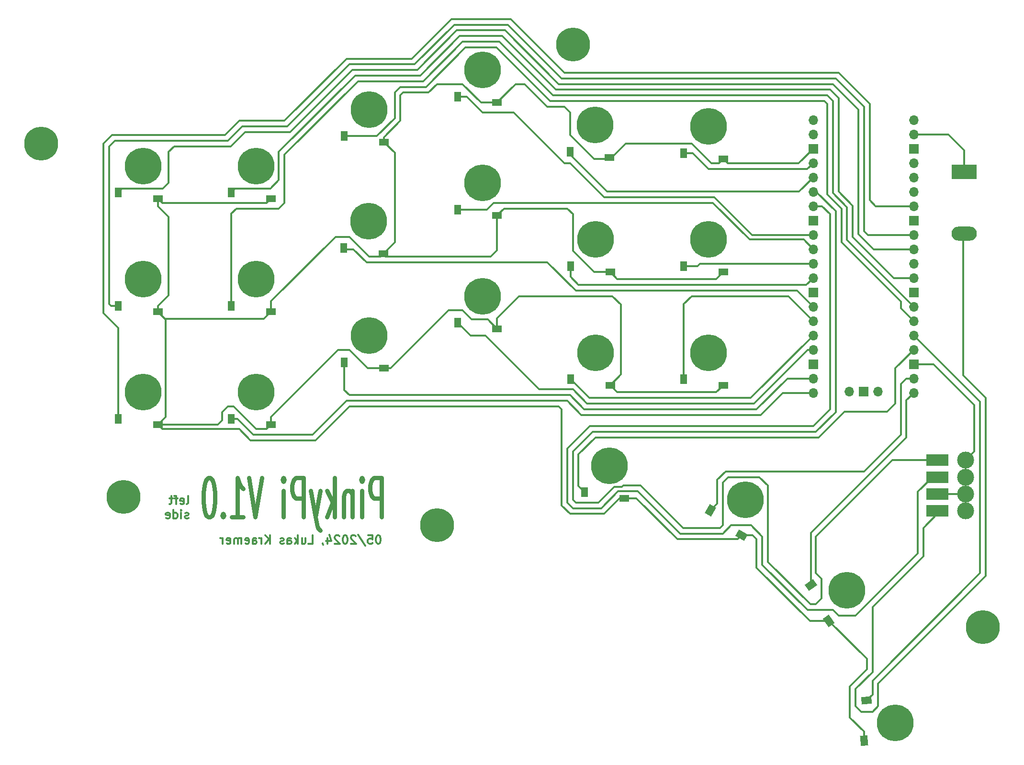
<source format=gbr>
%TF.GenerationSoftware,KiCad,Pcbnew,8.0.1*%
%TF.CreationDate,2024-05-05T07:35:19+02:00*%
%TF.ProjectId,PinkyPi,50696e6b-7950-4692-9e6b-696361645f70,rev?*%
%TF.SameCoordinates,Original*%
%TF.FileFunction,Copper,L2,Bot*%
%TF.FilePolarity,Positive*%
%FSLAX46Y46*%
G04 Gerber Fmt 4.6, Leading zero omitted, Abs format (unit mm)*
G04 Created by KiCad (PCBNEW 8.0.1) date 2024-05-05 07:35:19*
%MOMM*%
%LPD*%
G01*
G04 APERTURE LIST*
G04 Aperture macros list*
%AMRotRect*
0 Rectangle, with rotation*
0 The origin of the aperture is its center*
0 $1 length*
0 $2 width*
0 $3 Rotation angle, in degrees counterclockwise*
0 Add horizontal line*
21,1,$1,$2,0,0,$3*%
G04 Aperture macros list end*
%ADD10C,0.300000*%
%TA.AperFunction,NonConductor*%
%ADD11C,0.300000*%
%TD*%
%ADD12C,0.750000*%
%TA.AperFunction,NonConductor*%
%ADD13C,0.750000*%
%TD*%
%TA.AperFunction,ComponentPad*%
%ADD14C,6.500000*%
%TD*%
%TA.AperFunction,ComponentPad*%
%ADD15R,1.800000X1.300000*%
%TD*%
%TA.AperFunction,ComponentPad*%
%ADD16R,1.300000X1.800000*%
%TD*%
%TA.AperFunction,ComponentPad*%
%ADD17O,1.700000X1.700000*%
%TD*%
%TA.AperFunction,ComponentPad*%
%ADD18R,1.700000X1.700000*%
%TD*%
%TA.AperFunction,ComponentPad*%
%ADD19RotRect,1.800000X1.300000X330.000000*%
%TD*%
%TA.AperFunction,ComponentPad*%
%ADD20RotRect,1.800000X1.300000X60.000000*%
%TD*%
%TA.AperFunction,ComponentPad*%
%ADD21RotRect,1.800000X1.300000X275.000000*%
%TD*%
%TA.AperFunction,ComponentPad*%
%ADD22RotRect,1.800000X1.300000X5.000000*%
%TD*%
%TA.AperFunction,SMDPad,CuDef*%
%ADD23R,4.000000X2.000000*%
%TD*%
%TA.AperFunction,ComponentPad*%
%ADD24C,3.000000*%
%TD*%
%TA.AperFunction,ComponentPad*%
%ADD25RotRect,1.800000X1.300000X305.000000*%
%TD*%
%TA.AperFunction,ComponentPad*%
%ADD26RotRect,1.800000X1.300000X35.000000*%
%TD*%
%TA.AperFunction,ComponentPad*%
%ADD27R,4.500000X2.500000*%
%TD*%
%TA.AperFunction,ComponentPad*%
%ADD28O,4.500000X2.500000*%
%TD*%
%TA.AperFunction,ViaPad*%
%ADD29C,6.000000*%
%TD*%
%TA.AperFunction,Conductor*%
%ADD30C,0.300000*%
%TD*%
%TA.AperFunction,Conductor*%
%ADD31C,0.200000*%
%TD*%
G04 APERTURE END LIST*
D10*
D11*
X110159774Y-114300828D02*
X110016917Y-114300828D01*
X110016917Y-114300828D02*
X109874060Y-114372257D01*
X109874060Y-114372257D02*
X109802632Y-114443685D01*
X109802632Y-114443685D02*
X109731203Y-114586542D01*
X109731203Y-114586542D02*
X109659774Y-114872257D01*
X109659774Y-114872257D02*
X109659774Y-115229400D01*
X109659774Y-115229400D02*
X109731203Y-115515114D01*
X109731203Y-115515114D02*
X109802632Y-115657971D01*
X109802632Y-115657971D02*
X109874060Y-115729400D01*
X109874060Y-115729400D02*
X110016917Y-115800828D01*
X110016917Y-115800828D02*
X110159774Y-115800828D01*
X110159774Y-115800828D02*
X110302632Y-115729400D01*
X110302632Y-115729400D02*
X110374060Y-115657971D01*
X110374060Y-115657971D02*
X110445489Y-115515114D01*
X110445489Y-115515114D02*
X110516917Y-115229400D01*
X110516917Y-115229400D02*
X110516917Y-114872257D01*
X110516917Y-114872257D02*
X110445489Y-114586542D01*
X110445489Y-114586542D02*
X110374060Y-114443685D01*
X110374060Y-114443685D02*
X110302632Y-114372257D01*
X110302632Y-114372257D02*
X110159774Y-114300828D01*
X108302632Y-114300828D02*
X109016918Y-114300828D01*
X109016918Y-114300828D02*
X109088346Y-115015114D01*
X109088346Y-115015114D02*
X109016918Y-114943685D01*
X109016918Y-114943685D02*
X108874061Y-114872257D01*
X108874061Y-114872257D02*
X108516918Y-114872257D01*
X108516918Y-114872257D02*
X108374061Y-114943685D01*
X108374061Y-114943685D02*
X108302632Y-115015114D01*
X108302632Y-115015114D02*
X108231203Y-115157971D01*
X108231203Y-115157971D02*
X108231203Y-115515114D01*
X108231203Y-115515114D02*
X108302632Y-115657971D01*
X108302632Y-115657971D02*
X108374061Y-115729400D01*
X108374061Y-115729400D02*
X108516918Y-115800828D01*
X108516918Y-115800828D02*
X108874061Y-115800828D01*
X108874061Y-115800828D02*
X109016918Y-115729400D01*
X109016918Y-115729400D02*
X109088346Y-115657971D01*
X106516918Y-114229400D02*
X107802632Y-116157971D01*
X106088346Y-114443685D02*
X106016918Y-114372257D01*
X106016918Y-114372257D02*
X105874061Y-114300828D01*
X105874061Y-114300828D02*
X105516918Y-114300828D01*
X105516918Y-114300828D02*
X105374061Y-114372257D01*
X105374061Y-114372257D02*
X105302632Y-114443685D01*
X105302632Y-114443685D02*
X105231203Y-114586542D01*
X105231203Y-114586542D02*
X105231203Y-114729400D01*
X105231203Y-114729400D02*
X105302632Y-114943685D01*
X105302632Y-114943685D02*
X106159775Y-115800828D01*
X106159775Y-115800828D02*
X105231203Y-115800828D01*
X104302632Y-114300828D02*
X104159775Y-114300828D01*
X104159775Y-114300828D02*
X104016918Y-114372257D01*
X104016918Y-114372257D02*
X103945490Y-114443685D01*
X103945490Y-114443685D02*
X103874061Y-114586542D01*
X103874061Y-114586542D02*
X103802632Y-114872257D01*
X103802632Y-114872257D02*
X103802632Y-115229400D01*
X103802632Y-115229400D02*
X103874061Y-115515114D01*
X103874061Y-115515114D02*
X103945490Y-115657971D01*
X103945490Y-115657971D02*
X104016918Y-115729400D01*
X104016918Y-115729400D02*
X104159775Y-115800828D01*
X104159775Y-115800828D02*
X104302632Y-115800828D01*
X104302632Y-115800828D02*
X104445490Y-115729400D01*
X104445490Y-115729400D02*
X104516918Y-115657971D01*
X104516918Y-115657971D02*
X104588347Y-115515114D01*
X104588347Y-115515114D02*
X104659775Y-115229400D01*
X104659775Y-115229400D02*
X104659775Y-114872257D01*
X104659775Y-114872257D02*
X104588347Y-114586542D01*
X104588347Y-114586542D02*
X104516918Y-114443685D01*
X104516918Y-114443685D02*
X104445490Y-114372257D01*
X104445490Y-114372257D02*
X104302632Y-114300828D01*
X103231204Y-114443685D02*
X103159776Y-114372257D01*
X103159776Y-114372257D02*
X103016919Y-114300828D01*
X103016919Y-114300828D02*
X102659776Y-114300828D01*
X102659776Y-114300828D02*
X102516919Y-114372257D01*
X102516919Y-114372257D02*
X102445490Y-114443685D01*
X102445490Y-114443685D02*
X102374061Y-114586542D01*
X102374061Y-114586542D02*
X102374061Y-114729400D01*
X102374061Y-114729400D02*
X102445490Y-114943685D01*
X102445490Y-114943685D02*
X103302633Y-115800828D01*
X103302633Y-115800828D02*
X102374061Y-115800828D01*
X101088348Y-114800828D02*
X101088348Y-115800828D01*
X101445490Y-114229400D02*
X101802633Y-115300828D01*
X101802633Y-115300828D02*
X100874062Y-115300828D01*
X100231205Y-115729400D02*
X100231205Y-115800828D01*
X100231205Y-115800828D02*
X100302634Y-115943685D01*
X100302634Y-115943685D02*
X100374062Y-116015114D01*
X97731205Y-115800828D02*
X98445491Y-115800828D01*
X98445491Y-115800828D02*
X98445491Y-114300828D01*
X96588348Y-114800828D02*
X96588348Y-115800828D01*
X97231205Y-114800828D02*
X97231205Y-115586542D01*
X97231205Y-115586542D02*
X97159776Y-115729400D01*
X97159776Y-115729400D02*
X97016919Y-115800828D01*
X97016919Y-115800828D02*
X96802633Y-115800828D01*
X96802633Y-115800828D02*
X96659776Y-115729400D01*
X96659776Y-115729400D02*
X96588348Y-115657971D01*
X95874062Y-115800828D02*
X95874062Y-114300828D01*
X95731205Y-115229400D02*
X95302633Y-115800828D01*
X95302633Y-114800828D02*
X95874062Y-115372257D01*
X94016919Y-115800828D02*
X94016919Y-115015114D01*
X94016919Y-115015114D02*
X94088347Y-114872257D01*
X94088347Y-114872257D02*
X94231204Y-114800828D01*
X94231204Y-114800828D02*
X94516919Y-114800828D01*
X94516919Y-114800828D02*
X94659776Y-114872257D01*
X94016919Y-115729400D02*
X94159776Y-115800828D01*
X94159776Y-115800828D02*
X94516919Y-115800828D01*
X94516919Y-115800828D02*
X94659776Y-115729400D01*
X94659776Y-115729400D02*
X94731204Y-115586542D01*
X94731204Y-115586542D02*
X94731204Y-115443685D01*
X94731204Y-115443685D02*
X94659776Y-115300828D01*
X94659776Y-115300828D02*
X94516919Y-115229400D01*
X94516919Y-115229400D02*
X94159776Y-115229400D01*
X94159776Y-115229400D02*
X94016919Y-115157971D01*
X93374061Y-115729400D02*
X93231204Y-115800828D01*
X93231204Y-115800828D02*
X92945490Y-115800828D01*
X92945490Y-115800828D02*
X92802633Y-115729400D01*
X92802633Y-115729400D02*
X92731204Y-115586542D01*
X92731204Y-115586542D02*
X92731204Y-115515114D01*
X92731204Y-115515114D02*
X92802633Y-115372257D01*
X92802633Y-115372257D02*
X92945490Y-115300828D01*
X92945490Y-115300828D02*
X93159776Y-115300828D01*
X93159776Y-115300828D02*
X93302633Y-115229400D01*
X93302633Y-115229400D02*
X93374061Y-115086542D01*
X93374061Y-115086542D02*
X93374061Y-115015114D01*
X93374061Y-115015114D02*
X93302633Y-114872257D01*
X93302633Y-114872257D02*
X93159776Y-114800828D01*
X93159776Y-114800828D02*
X92945490Y-114800828D01*
X92945490Y-114800828D02*
X92802633Y-114872257D01*
X90945490Y-115800828D02*
X90945490Y-114300828D01*
X90088347Y-115800828D02*
X90731204Y-114943685D01*
X90088347Y-114300828D02*
X90945490Y-115157971D01*
X89445490Y-115800828D02*
X89445490Y-114800828D01*
X89445490Y-115086542D02*
X89374061Y-114943685D01*
X89374061Y-114943685D02*
X89302633Y-114872257D01*
X89302633Y-114872257D02*
X89159775Y-114800828D01*
X89159775Y-114800828D02*
X89016918Y-114800828D01*
X87874062Y-115800828D02*
X87874062Y-115015114D01*
X87874062Y-115015114D02*
X87945490Y-114872257D01*
X87945490Y-114872257D02*
X88088347Y-114800828D01*
X88088347Y-114800828D02*
X88374062Y-114800828D01*
X88374062Y-114800828D02*
X88516919Y-114872257D01*
X87874062Y-115729400D02*
X88016919Y-115800828D01*
X88016919Y-115800828D02*
X88374062Y-115800828D01*
X88374062Y-115800828D02*
X88516919Y-115729400D01*
X88516919Y-115729400D02*
X88588347Y-115586542D01*
X88588347Y-115586542D02*
X88588347Y-115443685D01*
X88588347Y-115443685D02*
X88516919Y-115300828D01*
X88516919Y-115300828D02*
X88374062Y-115229400D01*
X88374062Y-115229400D02*
X88016919Y-115229400D01*
X88016919Y-115229400D02*
X87874062Y-115157971D01*
X86588347Y-115729400D02*
X86731204Y-115800828D01*
X86731204Y-115800828D02*
X87016919Y-115800828D01*
X87016919Y-115800828D02*
X87159776Y-115729400D01*
X87159776Y-115729400D02*
X87231204Y-115586542D01*
X87231204Y-115586542D02*
X87231204Y-115015114D01*
X87231204Y-115015114D02*
X87159776Y-114872257D01*
X87159776Y-114872257D02*
X87016919Y-114800828D01*
X87016919Y-114800828D02*
X86731204Y-114800828D01*
X86731204Y-114800828D02*
X86588347Y-114872257D01*
X86588347Y-114872257D02*
X86516919Y-115015114D01*
X86516919Y-115015114D02*
X86516919Y-115157971D01*
X86516919Y-115157971D02*
X87231204Y-115300828D01*
X85874062Y-115800828D02*
X85874062Y-114800828D01*
X85874062Y-114943685D02*
X85802633Y-114872257D01*
X85802633Y-114872257D02*
X85659776Y-114800828D01*
X85659776Y-114800828D02*
X85445490Y-114800828D01*
X85445490Y-114800828D02*
X85302633Y-114872257D01*
X85302633Y-114872257D02*
X85231205Y-115015114D01*
X85231205Y-115015114D02*
X85231205Y-115800828D01*
X85231205Y-115015114D02*
X85159776Y-114872257D01*
X85159776Y-114872257D02*
X85016919Y-114800828D01*
X85016919Y-114800828D02*
X84802633Y-114800828D01*
X84802633Y-114800828D02*
X84659776Y-114872257D01*
X84659776Y-114872257D02*
X84588347Y-115015114D01*
X84588347Y-115015114D02*
X84588347Y-115800828D01*
X83302633Y-115729400D02*
X83445490Y-115800828D01*
X83445490Y-115800828D02*
X83731205Y-115800828D01*
X83731205Y-115800828D02*
X83874062Y-115729400D01*
X83874062Y-115729400D02*
X83945490Y-115586542D01*
X83945490Y-115586542D02*
X83945490Y-115015114D01*
X83945490Y-115015114D02*
X83874062Y-114872257D01*
X83874062Y-114872257D02*
X83731205Y-114800828D01*
X83731205Y-114800828D02*
X83445490Y-114800828D01*
X83445490Y-114800828D02*
X83302633Y-114872257D01*
X83302633Y-114872257D02*
X83231205Y-115015114D01*
X83231205Y-115015114D02*
X83231205Y-115157971D01*
X83231205Y-115157971D02*
X83945490Y-115300828D01*
X82588348Y-115800828D02*
X82588348Y-114800828D01*
X82588348Y-115086542D02*
X82516919Y-114943685D01*
X82516919Y-114943685D02*
X82445491Y-114872257D01*
X82445491Y-114872257D02*
X82302633Y-114800828D01*
X82302633Y-114800828D02*
X82159776Y-114800828D01*
D10*
D11*
X76231203Y-108800828D02*
X76374060Y-108729400D01*
X76374060Y-108729400D02*
X76445489Y-108586542D01*
X76445489Y-108586542D02*
X76445489Y-107300828D01*
X75088346Y-108729400D02*
X75231203Y-108800828D01*
X75231203Y-108800828D02*
X75516918Y-108800828D01*
X75516918Y-108800828D02*
X75659775Y-108729400D01*
X75659775Y-108729400D02*
X75731203Y-108586542D01*
X75731203Y-108586542D02*
X75731203Y-108015114D01*
X75731203Y-108015114D02*
X75659775Y-107872257D01*
X75659775Y-107872257D02*
X75516918Y-107800828D01*
X75516918Y-107800828D02*
X75231203Y-107800828D01*
X75231203Y-107800828D02*
X75088346Y-107872257D01*
X75088346Y-107872257D02*
X75016918Y-108015114D01*
X75016918Y-108015114D02*
X75016918Y-108157971D01*
X75016918Y-108157971D02*
X75731203Y-108300828D01*
X74588346Y-107800828D02*
X74016918Y-107800828D01*
X74374061Y-108800828D02*
X74374061Y-107515114D01*
X74374061Y-107515114D02*
X74302632Y-107372257D01*
X74302632Y-107372257D02*
X74159775Y-107300828D01*
X74159775Y-107300828D02*
X74016918Y-107300828D01*
X73731203Y-107800828D02*
X73159775Y-107800828D01*
X73516918Y-107300828D02*
X73516918Y-108586542D01*
X73516918Y-108586542D02*
X73445489Y-108729400D01*
X73445489Y-108729400D02*
X73302632Y-108800828D01*
X73302632Y-108800828D02*
X73159775Y-108800828D01*
D10*
D11*
X76516917Y-111229400D02*
X76374060Y-111300828D01*
X76374060Y-111300828D02*
X76088346Y-111300828D01*
X76088346Y-111300828D02*
X75945489Y-111229400D01*
X75945489Y-111229400D02*
X75874060Y-111086542D01*
X75874060Y-111086542D02*
X75874060Y-111015114D01*
X75874060Y-111015114D02*
X75945489Y-110872257D01*
X75945489Y-110872257D02*
X76088346Y-110800828D01*
X76088346Y-110800828D02*
X76302632Y-110800828D01*
X76302632Y-110800828D02*
X76445489Y-110729400D01*
X76445489Y-110729400D02*
X76516917Y-110586542D01*
X76516917Y-110586542D02*
X76516917Y-110515114D01*
X76516917Y-110515114D02*
X76445489Y-110372257D01*
X76445489Y-110372257D02*
X76302632Y-110300828D01*
X76302632Y-110300828D02*
X76088346Y-110300828D01*
X76088346Y-110300828D02*
X75945489Y-110372257D01*
X75231203Y-111300828D02*
X75231203Y-110300828D01*
X75231203Y-109800828D02*
X75302631Y-109872257D01*
X75302631Y-109872257D02*
X75231203Y-109943685D01*
X75231203Y-109943685D02*
X75159774Y-109872257D01*
X75159774Y-109872257D02*
X75231203Y-109800828D01*
X75231203Y-109800828D02*
X75231203Y-109943685D01*
X73874060Y-111300828D02*
X73874060Y-109800828D01*
X73874060Y-111229400D02*
X74016917Y-111300828D01*
X74016917Y-111300828D02*
X74302631Y-111300828D01*
X74302631Y-111300828D02*
X74445488Y-111229400D01*
X74445488Y-111229400D02*
X74516917Y-111157971D01*
X74516917Y-111157971D02*
X74588345Y-111015114D01*
X74588345Y-111015114D02*
X74588345Y-110586542D01*
X74588345Y-110586542D02*
X74516917Y-110443685D01*
X74516917Y-110443685D02*
X74445488Y-110372257D01*
X74445488Y-110372257D02*
X74302631Y-110300828D01*
X74302631Y-110300828D02*
X74016917Y-110300828D01*
X74016917Y-110300828D02*
X73874060Y-110372257D01*
X72588345Y-111229400D02*
X72731202Y-111300828D01*
X72731202Y-111300828D02*
X73016917Y-111300828D01*
X73016917Y-111300828D02*
X73159774Y-111229400D01*
X73159774Y-111229400D02*
X73231202Y-111086542D01*
X73231202Y-111086542D02*
X73231202Y-110515114D01*
X73231202Y-110515114D02*
X73159774Y-110372257D01*
X73159774Y-110372257D02*
X73016917Y-110300828D01*
X73016917Y-110300828D02*
X72731202Y-110300828D01*
X72731202Y-110300828D02*
X72588345Y-110372257D01*
X72588345Y-110372257D02*
X72516917Y-110515114D01*
X72516917Y-110515114D02*
X72516917Y-110657971D01*
X72516917Y-110657971D02*
X73231202Y-110800828D01*
D12*
D13*
X110673245Y-111104334D02*
X110673245Y-104104334D01*
X110673245Y-104104334D02*
X109339912Y-104104334D01*
X109339912Y-104104334D02*
X109006579Y-104437667D01*
X109006579Y-104437667D02*
X108839912Y-104771001D01*
X108839912Y-104771001D02*
X108673245Y-105437667D01*
X108673245Y-105437667D02*
X108673245Y-106437667D01*
X108673245Y-106437667D02*
X108839912Y-107104334D01*
X108839912Y-107104334D02*
X109006579Y-107437667D01*
X109006579Y-107437667D02*
X109339912Y-107771001D01*
X109339912Y-107771001D02*
X110673245Y-107771001D01*
X107173245Y-111104334D02*
X107173245Y-106437667D01*
X107173245Y-104104334D02*
X107339912Y-104437667D01*
X107339912Y-104437667D02*
X107173245Y-104771001D01*
X107173245Y-104771001D02*
X107006579Y-104437667D01*
X107006579Y-104437667D02*
X107173245Y-104104334D01*
X107173245Y-104104334D02*
X107173245Y-104771001D01*
X105506578Y-106437667D02*
X105506578Y-111104334D01*
X105506578Y-107104334D02*
X105339912Y-106771001D01*
X105339912Y-106771001D02*
X105006578Y-106437667D01*
X105006578Y-106437667D02*
X104506578Y-106437667D01*
X104506578Y-106437667D02*
X104173245Y-106771001D01*
X104173245Y-106771001D02*
X104006578Y-107437667D01*
X104006578Y-107437667D02*
X104006578Y-111104334D01*
X102339911Y-111104334D02*
X102339911Y-104104334D01*
X102006578Y-108437667D02*
X101006578Y-111104334D01*
X101006578Y-106437667D02*
X102339911Y-109104334D01*
X99839912Y-106437667D02*
X99006578Y-111104334D01*
X98173245Y-106437667D02*
X99006578Y-111104334D01*
X99006578Y-111104334D02*
X99339912Y-112771001D01*
X99339912Y-112771001D02*
X99506578Y-113104334D01*
X99506578Y-113104334D02*
X99839912Y-113437667D01*
X96839911Y-111104334D02*
X96839911Y-104104334D01*
X96839911Y-104104334D02*
X95506578Y-104104334D01*
X95506578Y-104104334D02*
X95173245Y-104437667D01*
X95173245Y-104437667D02*
X95006578Y-104771001D01*
X95006578Y-104771001D02*
X94839911Y-105437667D01*
X94839911Y-105437667D02*
X94839911Y-106437667D01*
X94839911Y-106437667D02*
X95006578Y-107104334D01*
X95006578Y-107104334D02*
X95173245Y-107437667D01*
X95173245Y-107437667D02*
X95506578Y-107771001D01*
X95506578Y-107771001D02*
X96839911Y-107771001D01*
X93339911Y-111104334D02*
X93339911Y-106437667D01*
X93339911Y-104104334D02*
X93506578Y-104437667D01*
X93506578Y-104437667D02*
X93339911Y-104771001D01*
X93339911Y-104771001D02*
X93173245Y-104437667D01*
X93173245Y-104437667D02*
X93339911Y-104104334D01*
X93339911Y-104104334D02*
X93339911Y-104771001D01*
X89506577Y-104104334D02*
X88339911Y-111104334D01*
X88339911Y-111104334D02*
X87173244Y-104104334D01*
X84173244Y-111104334D02*
X86173244Y-111104334D01*
X85173244Y-111104334D02*
X85173244Y-104104334D01*
X85173244Y-104104334D02*
X85506577Y-105104334D01*
X85506577Y-105104334D02*
X85839911Y-105771001D01*
X85839911Y-105771001D02*
X86173244Y-106104334D01*
X82673244Y-110437667D02*
X82506578Y-110771001D01*
X82506578Y-110771001D02*
X82673244Y-111104334D01*
X82673244Y-111104334D02*
X82839911Y-110771001D01*
X82839911Y-110771001D02*
X82673244Y-110437667D01*
X82673244Y-110437667D02*
X82673244Y-111104334D01*
X80339911Y-104104334D02*
X80006577Y-104104334D01*
X80006577Y-104104334D02*
X79673244Y-104437667D01*
X79673244Y-104437667D02*
X79506577Y-104771001D01*
X79506577Y-104771001D02*
X79339911Y-105437667D01*
X79339911Y-105437667D02*
X79173244Y-106771001D01*
X79173244Y-106771001D02*
X79173244Y-108437667D01*
X79173244Y-108437667D02*
X79339911Y-109771001D01*
X79339911Y-109771001D02*
X79506577Y-110437667D01*
X79506577Y-110437667D02*
X79673244Y-110771001D01*
X79673244Y-110771001D02*
X80006577Y-111104334D01*
X80006577Y-111104334D02*
X80339911Y-111104334D01*
X80339911Y-111104334D02*
X80673244Y-110771001D01*
X80673244Y-110771001D02*
X80839911Y-110437667D01*
X80839911Y-110437667D02*
X81006577Y-109771001D01*
X81006577Y-109771001D02*
X81173244Y-108437667D01*
X81173244Y-108437667D02*
X81173244Y-106771001D01*
X81173244Y-106771001D02*
X81006577Y-105437667D01*
X81006577Y-105437667D02*
X80839911Y-104771001D01*
X80839911Y-104771001D02*
X80673244Y-104437667D01*
X80673244Y-104437667D02*
X80339911Y-104104334D01*
D14*
%TO.P,U7,*%
%TO.N,*%
X148400000Y-41750000D03*
D15*
%TO.P,U7,1,IN*%
%TO.N,GND*%
X151000000Y-47500000D03*
D16*
%TO.P,U7,2,OUT*%
%TO.N,/L2*%
X144000000Y-46450000D03*
%TD*%
D14*
%TO.P,U2,*%
%TO.N,*%
X128500000Y-52000000D03*
D15*
%TO.P,U2,1,IN*%
%TO.N,GND*%
X131100000Y-57750000D03*
D16*
%TO.P,U2,2,OUT*%
%TO.N,/L4*%
X124100000Y-56700000D03*
%TD*%
D14*
%TO.P,U18,*%
%TO.N,*%
X68500000Y-69000000D03*
D15*
%TO.P,U18,1,IN*%
%TO.N,GND*%
X71100000Y-74750000D03*
D16*
%TO.P,U18,2,OUT*%
%TO.N,/L7*%
X64100000Y-73700000D03*
%TD*%
D17*
%TO.P,U5,1,GPIO0*%
%TO.N,unconnected-(U5-GPIO0-Pad1)*%
X187000000Y-40840000D03*
%TO.P,U5,2,GPIO1*%
%TO.N,unconnected-(U5-GPIO1-Pad2)*%
X187000000Y-43380000D03*
D18*
%TO.P,U5,3,GND*%
%TO.N,GND*%
X187000000Y-45920000D03*
D17*
%TO.P,U5,4,GPIO2*%
%TO.N,/L1*%
X187000000Y-48460000D03*
%TO.P,U5,5,GPIO3*%
%TO.N,/L2*%
X187000000Y-51000000D03*
%TO.P,U5,6,GPIO4*%
%TO.N,Net-(U23-TX)*%
X187000000Y-53540000D03*
%TO.P,U5,7,GPIO5*%
%TO.N,Net-(U23-RX)*%
X187000000Y-56080000D03*
D18*
%TO.P,U5,8,GND*%
%TO.N,GND*%
X187000000Y-58620000D03*
D17*
%TO.P,U5,9,GPIO6*%
%TO.N,/L3*%
X187000000Y-61160000D03*
%TO.P,U5,10,GPIO7*%
%TO.N,/L4*%
X187000000Y-63700000D03*
%TO.P,U5,11,GPIO8*%
%TO.N,/L5*%
X187000000Y-66240000D03*
%TO.P,U5,12,GPIO9*%
%TO.N,/L6*%
X187000000Y-68780000D03*
D18*
%TO.P,U5,13,GND*%
%TO.N,GND*%
X187000000Y-71320000D03*
D17*
%TO.P,U5,14,GPIO10*%
%TO.N,/L8*%
X187000000Y-73860000D03*
%TO.P,U5,15,GPIO11*%
%TO.N,/L9*%
X187000000Y-76400000D03*
%TO.P,U5,16,GPIO12*%
%TO.N,/L10*%
X187000000Y-78940000D03*
%TO.P,U5,17,GPIO13*%
%TO.N,/L11*%
X187000000Y-81480000D03*
D18*
%TO.P,U5,18,GND*%
%TO.N,GND*%
X187000000Y-84020000D03*
D17*
%TO.P,U5,19,GPIO14*%
%TO.N,/L13*%
X187000000Y-86560000D03*
%TO.P,U5,20,GPIO15*%
%TO.N,/L14*%
X187000000Y-89100000D03*
%TO.P,U5,21,GPIO16*%
%TO.N,/L15*%
X204780000Y-89100000D03*
%TO.P,U5,22,GPIO17*%
%TO.N,/L22*%
X204780000Y-86560000D03*
D18*
%TO.P,U5,23,GND*%
%TO.N,GND*%
X204780000Y-84020000D03*
D17*
%TO.P,U5,24,GPIO18*%
%TO.N,/L16*%
X204780000Y-81480000D03*
%TO.P,U5,25,GPIO19*%
%TO.N,/L17*%
X204780000Y-78940000D03*
%TO.P,U5,26,GPIO20*%
%TO.N,/L18*%
X204780000Y-76400000D03*
%TO.P,U5,27,GPIO21*%
%TO.N,/L19*%
X204780000Y-73860000D03*
D18*
%TO.P,U5,28,GND*%
%TO.N,GND*%
X204780000Y-71320000D03*
D17*
%TO.P,U5,29,GPIO22*%
%TO.N,/L20*%
X204780000Y-68780000D03*
%TO.P,U5,30,RUN*%
%TO.N,unconnected-(U5-RUN-Pad30)*%
X204780000Y-66240000D03*
%TO.P,U5,31,GPIO26_ADC0*%
%TO.N,/L21*%
X204780000Y-63700000D03*
%TO.P,U5,32,GPIO27_ADC1*%
%TO.N,/L7*%
X204780000Y-61160000D03*
D18*
%TO.P,U5,33,AGND*%
%TO.N,unconnected-(U5-AGND-Pad33)*%
X204780000Y-58620000D03*
D17*
%TO.P,U5,34,GPIO28_ADC2*%
%TO.N,/L12*%
X204780000Y-56080000D03*
%TO.P,U5,35,ADC_VREF*%
%TO.N,unconnected-(U5-ADC_VREF-Pad35)*%
X204780000Y-53540000D03*
%TO.P,U5,36,3V3*%
%TO.N,unconnected-(U5-3V3-Pad36)*%
X204780000Y-51000000D03*
%TO.P,U5,37,3V3_EN*%
%TO.N,unconnected-(U5-3V3_EN-Pad37)*%
X204780000Y-48460000D03*
D18*
%TO.P,U5,38,GND*%
%TO.N,GND*%
X204780000Y-45920000D03*
D17*
%TO.P,U5,39,VSYS*%
%TO.N,Net-(D1-K)*%
X204780000Y-43380000D03*
%TO.P,U5,40,VBUS*%
%TO.N,unconnected-(U5-VBUS-Pad40)*%
X204780000Y-40840000D03*
%TO.P,U5,41,SWCLK*%
%TO.N,unconnected-(U5-SWCLK-Pad41)*%
X193350000Y-88870000D03*
D18*
%TO.P,U5,42,GND*%
%TO.N,unconnected-(U5-GND-Pad42)*%
X195890000Y-88870000D03*
D17*
%TO.P,U5,43,SWDIO*%
%TO.N,unconnected-(U5-SWDIO-Pad43)*%
X198430000Y-88870000D03*
%TD*%
D14*
%TO.P,U1,*%
%TO.N,*%
X168500000Y-42000000D03*
D15*
%TO.P,U1,1,IN*%
%TO.N,GND*%
X171100000Y-47750000D03*
D16*
%TO.P,U1,2,OUT*%
%TO.N,/L1*%
X164100000Y-46700000D03*
%TD*%
D14*
%TO.P,U21,*%
%TO.N,*%
X68500000Y-49000000D03*
D15*
%TO.P,U21,1,IN*%
%TO.N,GND*%
X71100000Y-54750000D03*
D16*
%TO.P,U21,2,OUT*%
%TO.N,/L21*%
X64100000Y-53700000D03*
%TD*%
D14*
%TO.P,U12,*%
%TO.N,*%
X128500000Y-32000000D03*
D15*
%TO.P,U12,1,IN*%
%TO.N,GND*%
X131100000Y-37750000D03*
D16*
%TO.P,U12,2,OUT*%
%TO.N,/L3*%
X124100000Y-36700000D03*
%TD*%
D14*
%TO.P,U16,*%
%TO.N,*%
X151000000Y-102000000D03*
D15*
%TO.P,U16,1,IN*%
%TO.N,GND*%
X153600000Y-107750000D03*
D16*
%TO.P,U16,2,OUT*%
%TO.N,/L16*%
X146600000Y-106700000D03*
%TD*%
D14*
%TO.P,U11,*%
%TO.N,*%
X88500000Y-89000000D03*
D15*
%TO.P,U11,1,IN*%
%TO.N,GND*%
X91100000Y-94750000D03*
D16*
%TO.P,U11,2,OUT*%
%TO.N,/L14*%
X84100000Y-93700000D03*
%TD*%
D14*
%TO.P,U3,*%
%TO.N,*%
X88500000Y-69000000D03*
D15*
%TO.P,U3,1,IN*%
%TO.N,GND*%
X91100000Y-74750000D03*
D16*
%TO.P,U3,2,OUT*%
%TO.N,/L19*%
X84100000Y-73700000D03*
%TD*%
D14*
%TO.P,U22,*%
%TO.N,*%
X88500000Y-49000000D03*
D15*
%TO.P,U22,1,IN*%
%TO.N,GND*%
X91100000Y-54750000D03*
D16*
%TO.P,U22,2,OUT*%
%TO.N,/L20*%
X84100000Y-53700000D03*
%TD*%
D14*
%TO.P,U13,*%
%TO.N,*%
X148500000Y-62000000D03*
D15*
%TO.P,U13,1,IN*%
%TO.N,GND*%
X151100000Y-67750000D03*
D16*
%TO.P,U13,2,OUT*%
%TO.N,/L6*%
X144100000Y-66700000D03*
%TD*%
D14*
%TO.P,U9,*%
%TO.N,*%
X108400000Y-58750000D03*
D15*
%TO.P,U9,1,IN*%
%TO.N,GND*%
X111000000Y-64500000D03*
D16*
%TO.P,U9,2,OUT*%
%TO.N,/L8*%
X104000000Y-63450000D03*
%TD*%
D14*
%TO.P,U24,*%
%TO.N,*%
X175000000Y-108000000D03*
D19*
%TO.P,U24,1,IN*%
%TO.N,GND*%
X174376666Y-114279646D03*
D20*
%TO.P,U24,2,OUT*%
%TO.N,/L22*%
X168839488Y-109870319D03*
%TD*%
D14*
%TO.P,U19,*%
%TO.N,*%
X201500000Y-147500000D03*
D21*
%TO.P,U19,1,IN*%
%TO.N,GND*%
X195998485Y-150591252D03*
D22*
%TO.P,U19,2,OUT*%
%TO.N,/L17*%
X196434400Y-143526375D03*
%TD*%
D23*
%TO.P,U23,1,VCC*%
%TO.N,Net-(D1-A)*%
X209000000Y-110000000D03*
D24*
%TO.P,U23,2,GND*%
%TO.N,GND*%
X214000000Y-110000000D03*
D23*
X209000000Y-107000000D03*
D24*
X214000000Y-107000000D03*
X214000000Y-104000000D03*
X214000000Y-101000000D03*
D23*
%TO.P,U23,3,RX*%
%TO.N,Net-(U23-RX)*%
X209000000Y-104000000D03*
%TO.P,U23,4,TX*%
%TO.N,Net-(U23-TX)*%
X209000000Y-101000000D03*
%TD*%
D14*
%TO.P,U8,*%
%TO.N,*%
X168500000Y-62000000D03*
D15*
%TO.P,U8,1,IN*%
%TO.N,GND*%
X171100000Y-67750000D03*
D16*
%TO.P,U8,2,OUT*%
%TO.N,/L5*%
X164100000Y-66700000D03*
%TD*%
D14*
%TO.P,U20,*%
%TO.N,*%
X68500000Y-89000000D03*
D15*
%TO.P,U20,1,IN*%
%TO.N,GND*%
X71100000Y-94750000D03*
D16*
%TO.P,U20,2,OUT*%
%TO.N,/L12*%
X64100000Y-93700000D03*
%TD*%
D14*
%TO.P,U10,*%
%TO.N,*%
X128500000Y-72000000D03*
D15*
%TO.P,U10,1,IN*%
%TO.N,GND*%
X131100000Y-77750000D03*
D16*
%TO.P,U10,2,OUT*%
%TO.N,/L11*%
X124100000Y-76700000D03*
%TD*%
D14*
%TO.P,U15,*%
%TO.N,*%
X108500000Y-39000000D03*
D15*
%TO.P,U15,1,IN*%
%TO.N,GND*%
X111100000Y-44750000D03*
D16*
%TO.P,U15,2,OUT*%
%TO.N,/L18*%
X104100000Y-43700000D03*
%TD*%
D14*
%TO.P,U17,*%
%TO.N,*%
X193000000Y-124000000D03*
D25*
%TO.P,U17,1,IN*%
%TO.N,GND*%
X189781174Y-129427860D03*
D26*
%TO.P,U17,2,OUT*%
%TO.N,/L15*%
X186626249Y-123091540D03*
%TD*%
D14*
%TO.P,U6,*%
%TO.N,*%
X108500000Y-79000000D03*
D15*
%TO.P,U6,1,IN*%
%TO.N,GND*%
X111100000Y-84750000D03*
D16*
%TO.P,U6,2,OUT*%
%TO.N,/L13*%
X104100000Y-83700000D03*
%TD*%
D14*
%TO.P,U4,*%
%TO.N,*%
X148500000Y-82000000D03*
D15*
%TO.P,U4,1,IN*%
%TO.N,GND*%
X151100000Y-87750000D03*
D16*
%TO.P,U4,2,OUT*%
%TO.N,/L10*%
X144100000Y-86700000D03*
%TD*%
D27*
%TO.P,D1,1,K*%
%TO.N,Net-(D1-K)*%
X213680000Y-50050000D03*
D28*
%TO.P,D1,2,A*%
%TO.N,Net-(D1-A)*%
X213680000Y-60950000D03*
%TD*%
D14*
%TO.P,U14,*%
%TO.N,*%
X168500000Y-82000000D03*
D15*
%TO.P,U14,1,IN*%
%TO.N,GND*%
X171100000Y-87750000D03*
D16*
%TO.P,U14,2,OUT*%
%TO.N,/L9*%
X164100000Y-86700000D03*
%TD*%
D29*
%TO.N,*%
X65000000Y-107500000D03*
X144500000Y-27500000D03*
X50500000Y-45000000D03*
X217000000Y-130500000D03*
X120500000Y-112500000D03*
%TD*%
D30*
%TO.N,Net-(D1-K)*%
X210880000Y-43380000D02*
X204780000Y-43380000D01*
X213680000Y-46180000D02*
X210880000Y-43380000D01*
X213680000Y-50050000D02*
X213680000Y-46180000D01*
%TO.N,Net-(U23-RX)*%
X188580000Y-56080000D02*
X187000000Y-56080000D01*
X143500000Y-99000000D02*
X147500000Y-95000000D01*
X190000000Y-92000000D02*
X190000000Y-57500000D01*
X143500000Y-108500000D02*
X143500000Y-99000000D01*
X147500000Y-95000000D02*
X187000000Y-95000000D01*
X144500000Y-109500000D02*
X143500000Y-108500000D01*
X149500000Y-109500000D02*
X144500000Y-109500000D01*
X152500000Y-106500000D02*
X149500000Y-109500000D01*
X190000000Y-57500000D02*
X188580000Y-56080000D01*
X156000000Y-106500000D02*
X152500000Y-106500000D01*
X187000000Y-95000000D02*
X190000000Y-92000000D01*
X171000000Y-114000000D02*
X163500000Y-114000000D01*
X163500000Y-114000000D02*
X156000000Y-106500000D01*
X176000000Y-112500000D02*
X172500000Y-112500000D01*
X178000000Y-114500000D02*
X176000000Y-112500000D01*
X190500000Y-127500000D02*
X186000000Y-127500000D01*
X191500000Y-128500000D02*
X190500000Y-127500000D01*
X194500000Y-128500000D02*
X191500000Y-128500000D01*
X205500000Y-117500000D02*
X194500000Y-128500000D01*
X205500000Y-106600000D02*
X205500000Y-117500000D01*
X186000000Y-127500000D02*
X178000000Y-119500000D01*
X178000000Y-119500000D02*
X178000000Y-114500000D01*
X208100000Y-104000000D02*
X205500000Y-106600000D01*
X209000000Y-104000000D02*
X208100000Y-104000000D01*
X172500000Y-112500000D02*
X171000000Y-114000000D01*
%TO.N,GND*%
X171850000Y-48500000D02*
X171100000Y-47750000D01*
X187000000Y-45920000D02*
X184420000Y-48500000D01*
X184420000Y-48500000D02*
X171850000Y-48500000D01*
%TO.N,/L4*%
X130500000Y-55500000D02*
X169250000Y-55500000D01*
X169250000Y-55500000D02*
X175750000Y-62000000D01*
X129300000Y-56700000D02*
X130500000Y-55500000D01*
X185300000Y-62000000D02*
X187000000Y-63700000D01*
X124100000Y-56700000D02*
X129300000Y-56700000D01*
X175750000Y-62000000D02*
X185300000Y-62000000D01*
%TO.N,GND*%
X208270000Y-84020000D02*
X204780000Y-84020000D01*
X215500000Y-91250000D02*
X208270000Y-84020000D01*
X215500000Y-99500000D02*
X215500000Y-91250000D01*
X214000000Y-101000000D02*
X215500000Y-99500000D01*
%TO.N,Net-(D1-A)*%
X209000000Y-110500000D02*
X209000000Y-110000000D01*
X206500000Y-113000000D02*
X209000000Y-110500000D01*
X197500000Y-127000000D02*
X206500000Y-118000000D01*
X197500000Y-138500000D02*
X197500000Y-127000000D01*
X194500000Y-141500000D02*
X197500000Y-138500000D01*
X194500000Y-144500000D02*
X194500000Y-141500000D01*
X206500000Y-118000000D02*
X206500000Y-113000000D01*
X195500000Y-145500000D02*
X194500000Y-144500000D01*
X198500000Y-140500000D02*
X198500000Y-144500000D01*
X217500000Y-90000000D02*
X217500000Y-121500000D01*
X213500000Y-86000000D02*
X217500000Y-90000000D01*
X217500000Y-121500000D02*
X198500000Y-140500000D01*
X197500000Y-145500000D02*
X195500000Y-145500000D01*
X213500000Y-61130000D02*
X213500000Y-86000000D01*
X198500000Y-144500000D02*
X197500000Y-145500000D01*
X213680000Y-60950000D02*
X213500000Y-61130000D01*
%TO.N,/L13*%
X105000000Y-89500000D02*
X104100000Y-88600000D01*
X104100000Y-88600000D02*
X104100000Y-83700000D01*
X144000000Y-89500000D02*
X105000000Y-89500000D01*
X177000000Y-92000000D02*
X146500000Y-92000000D01*
X146500000Y-92000000D02*
X144000000Y-89500000D01*
X182440000Y-86560000D02*
X177000000Y-92000000D01*
X187000000Y-86560000D02*
X182440000Y-86560000D01*
%TO.N,/L3*%
X125700000Y-36700000D02*
X124100000Y-36700000D01*
X134000000Y-39500000D02*
X128500000Y-39500000D01*
X144000000Y-48500000D02*
X143000000Y-48500000D01*
X150000000Y-54500000D02*
X144000000Y-48500000D01*
X169500000Y-54500000D02*
X150000000Y-54500000D01*
X143000000Y-48500000D02*
X134000000Y-39500000D01*
X176160000Y-61160000D02*
X169500000Y-54500000D01*
X128500000Y-39500000D02*
X125700000Y-36700000D01*
X187000000Y-61160000D02*
X176160000Y-61160000D01*
%TO.N,GND*%
X111350000Y-65000000D02*
X111100000Y-64750000D01*
X130000000Y-65000000D02*
X111350000Y-65000000D01*
X131100000Y-63900000D02*
X130000000Y-65000000D01*
X131100000Y-57750000D02*
X131100000Y-63900000D01*
X132350000Y-56500000D02*
X131100000Y-57750000D01*
X144500000Y-64000000D02*
X144500000Y-57500000D01*
X144500000Y-57500000D02*
X143500000Y-56500000D01*
X143500000Y-56500000D02*
X132350000Y-56500000D01*
X151100000Y-67750000D02*
X148250000Y-67750000D01*
X148250000Y-67750000D02*
X144500000Y-64000000D01*
X91100000Y-72900000D02*
X91100000Y-74750000D01*
X102500000Y-61500000D02*
X91100000Y-72900000D01*
X108500000Y-65000000D02*
X105000000Y-61500000D01*
X105000000Y-61500000D02*
X102500000Y-61500000D01*
X110500000Y-65000000D02*
X108500000Y-65000000D01*
X111000000Y-64500000D02*
X110500000Y-65000000D01*
%TO.N,/L8*%
X184140000Y-71000000D02*
X187000000Y-73860000D01*
X140000000Y-66000000D02*
X145000000Y-71000000D01*
X108000000Y-66000000D02*
X140000000Y-66000000D01*
X105700000Y-63700000D02*
X108000000Y-66000000D01*
X145000000Y-71000000D02*
X184140000Y-71000000D01*
X104100000Y-63700000D02*
X105700000Y-63700000D01*
%TO.N,GND*%
X71100000Y-56100000D02*
X71100000Y-54750000D01*
X73000000Y-58000000D02*
X71100000Y-56100000D01*
X71100000Y-73750000D02*
X73000000Y-71850000D01*
X73000000Y-71850000D02*
X73000000Y-58000000D01*
X71100000Y-74750000D02*
X71100000Y-73750000D01*
X82500000Y-94000000D02*
X81750000Y-94750000D01*
X83500000Y-91500000D02*
X82500000Y-92500000D01*
X81750000Y-94750000D02*
X71100000Y-94750000D01*
X84500000Y-91500000D02*
X83500000Y-91500000D01*
X82500000Y-92500000D02*
X82500000Y-94000000D01*
X88500000Y-95500000D02*
X84500000Y-91500000D01*
X90350000Y-95500000D02*
X88500000Y-95500000D01*
X91100000Y-94750000D02*
X90350000Y-95500000D01*
X71850000Y-95500000D02*
X71100000Y-94750000D01*
X87500000Y-97500000D02*
X85500000Y-95500000D01*
X85500000Y-95500000D02*
X71850000Y-95500000D01*
X142500000Y-92000000D02*
X142000000Y-91500000D01*
X142500000Y-109000000D02*
X142500000Y-92000000D01*
X142000000Y-91500000D02*
X105000000Y-91500000D01*
X144000000Y-110500000D02*
X142500000Y-109000000D01*
X99000000Y-97500000D02*
X87500000Y-97500000D01*
X105000000Y-91500000D02*
X99000000Y-97500000D01*
X150000000Y-110500000D02*
X144000000Y-110500000D01*
X152750000Y-107750000D02*
X150000000Y-110500000D01*
X153600000Y-107750000D02*
X152750000Y-107750000D01*
X135000000Y-72000000D02*
X131100000Y-75900000D01*
X131100000Y-75900000D02*
X131100000Y-77750000D01*
X153000000Y-73500000D02*
X151500000Y-72000000D01*
X151500000Y-72000000D02*
X135000000Y-72000000D01*
X153000000Y-85850000D02*
X153000000Y-73500000D01*
X151100000Y-87750000D02*
X153000000Y-85850000D01*
%TO.N,/L9*%
X182600000Y-72000000D02*
X187000000Y-76400000D01*
X165500000Y-72000000D02*
X182600000Y-72000000D01*
X164100000Y-73400000D02*
X165500000Y-72000000D01*
X164100000Y-86700000D02*
X164100000Y-73400000D01*
%TO.N,/L12*%
X198080000Y-56080000D02*
X204780000Y-56080000D01*
X197000000Y-55000000D02*
X198080000Y-56080000D01*
X197000000Y-38000000D02*
X197000000Y-55000000D01*
X143000000Y-32500000D02*
X191500000Y-32500000D01*
X191500000Y-32500000D02*
X197000000Y-38000000D01*
X133500000Y-23000000D02*
X143000000Y-32500000D01*
X123000000Y-23000000D02*
X133500000Y-23000000D01*
X116000000Y-30000000D02*
X123000000Y-23000000D01*
X104500000Y-30000000D02*
X116000000Y-30000000D01*
X93500000Y-41000000D02*
X104500000Y-30000000D01*
X85500000Y-41000000D02*
X93500000Y-41000000D01*
X63000000Y-43500000D02*
X83000000Y-43500000D01*
X61500000Y-45000000D02*
X63000000Y-43500000D01*
X61500000Y-75000000D02*
X61500000Y-45000000D01*
X83000000Y-43500000D02*
X85500000Y-41000000D01*
X64100000Y-77600000D02*
X61500000Y-75000000D01*
X64100000Y-93700000D02*
X64100000Y-77600000D01*
%TO.N,/L7*%
X196660000Y-61160000D02*
X204780000Y-61160000D01*
X191000000Y-33500000D02*
X196000000Y-38500000D01*
X196000000Y-38500000D02*
X196000000Y-60500000D01*
X133000000Y-24000000D02*
X142500000Y-33500000D01*
X123500000Y-24000000D02*
X133000000Y-24000000D01*
X105000000Y-31000000D02*
X116500000Y-31000000D01*
X196000000Y-60500000D02*
X196660000Y-61160000D01*
X94000000Y-42000000D02*
X105000000Y-31000000D01*
X142500000Y-33500000D02*
X191000000Y-33500000D01*
X63500000Y-44500000D02*
X83500000Y-44500000D01*
X83500000Y-44500000D02*
X86000000Y-42000000D01*
X62500000Y-45500000D02*
X63500000Y-44500000D01*
X62800000Y-73700000D02*
X62500000Y-73400000D01*
X116500000Y-31000000D02*
X123500000Y-24000000D01*
X62500000Y-73400000D02*
X62500000Y-45500000D01*
X64100000Y-73700000D02*
X62800000Y-73700000D01*
X86000000Y-42000000D02*
X94000000Y-42000000D01*
%TO.N,/L21*%
X197700000Y-63700000D02*
X204780000Y-63700000D01*
X195000000Y-61000000D02*
X197700000Y-63700000D01*
X195000000Y-39000000D02*
X195000000Y-61000000D01*
X190500000Y-34500000D02*
X195000000Y-39000000D01*
X142000000Y-34500000D02*
X190500000Y-34500000D01*
X124000000Y-25000000D02*
X132500000Y-25000000D01*
X132500000Y-25000000D02*
X142000000Y-34500000D01*
X117000000Y-32000000D02*
X124000000Y-25000000D01*
X105500000Y-32000000D02*
X117000000Y-32000000D01*
X73000000Y-52000000D02*
X73000000Y-46500000D01*
X86500000Y-43000000D02*
X94500000Y-43000000D01*
X72000000Y-53000000D02*
X73000000Y-52000000D01*
X74000000Y-45500000D02*
X84000000Y-45500000D01*
X84000000Y-45500000D02*
X86500000Y-43000000D01*
X94500000Y-43000000D02*
X105500000Y-32000000D01*
X64800000Y-53000000D02*
X72000000Y-53000000D01*
X73000000Y-46500000D02*
X74000000Y-45500000D01*
X64100000Y-53700000D02*
X64800000Y-53000000D01*
%TO.N,/L20*%
X194000000Y-61500000D02*
X201280000Y-68780000D01*
X194000000Y-56000000D02*
X194000000Y-61500000D01*
X191500000Y-37000000D02*
X191500000Y-53500000D01*
X190000000Y-35500000D02*
X191500000Y-37000000D01*
X141500000Y-35500000D02*
X190000000Y-35500000D01*
X191500000Y-53500000D02*
X194000000Y-56000000D01*
X132000000Y-26000000D02*
X141500000Y-35500000D01*
X117500000Y-33000000D02*
X124500000Y-26000000D01*
X92500000Y-46500000D02*
X106000000Y-33000000D01*
X92500000Y-51500000D02*
X92500000Y-46500000D01*
X91000000Y-53000000D02*
X92500000Y-51500000D01*
X84800000Y-53000000D02*
X91000000Y-53000000D01*
X106000000Y-33000000D02*
X117500000Y-33000000D01*
X201280000Y-68780000D02*
X204780000Y-68780000D01*
X124500000Y-26000000D02*
X132000000Y-26000000D01*
X84100000Y-53700000D02*
X84800000Y-53000000D01*
%TO.N,/L19*%
X85000000Y-56500000D02*
X84100000Y-57400000D01*
X92500000Y-56500000D02*
X85000000Y-56500000D01*
X93500000Y-55500000D02*
X92500000Y-56500000D01*
X93500000Y-47000000D02*
X93500000Y-55500000D01*
X118000000Y-34000000D02*
X106500000Y-34000000D01*
X84100000Y-57400000D02*
X84100000Y-73700000D01*
X125000000Y-27000000D02*
X118000000Y-34000000D01*
X190500000Y-37500000D02*
X189500000Y-36500000D01*
X106500000Y-34000000D02*
X93500000Y-47000000D01*
X131500000Y-27000000D02*
X125000000Y-27000000D01*
X190500000Y-53750000D02*
X190500000Y-37500000D01*
X141000000Y-36500000D02*
X131500000Y-27000000D01*
X193000000Y-56250000D02*
X190500000Y-53750000D01*
X189500000Y-36500000D02*
X141000000Y-36500000D01*
X193000000Y-62080000D02*
X193000000Y-56250000D01*
X204780000Y-73860000D02*
X193000000Y-62080000D01*
%TO.N,/L18*%
X202500000Y-74120000D02*
X204780000Y-76400000D01*
X192000000Y-62500000D02*
X202500000Y-73000000D01*
X192000000Y-56500000D02*
X192000000Y-62500000D01*
X202500000Y-73000000D02*
X202500000Y-74120000D01*
X189500000Y-54000000D02*
X192000000Y-56500000D01*
X189500000Y-38000000D02*
X189500000Y-54000000D01*
X140500000Y-37500000D02*
X189000000Y-37500000D01*
X125500000Y-28000000D02*
X131000000Y-28000000D01*
X113000000Y-36000000D02*
X114000000Y-35000000D01*
X131000000Y-28000000D02*
X140500000Y-37500000D01*
X189000000Y-37500000D02*
X189500000Y-38000000D01*
X113000000Y-40500000D02*
X113000000Y-36000000D01*
X104100000Y-43700000D02*
X109800000Y-43700000D01*
X114000000Y-35000000D02*
X118500000Y-35000000D01*
X109800000Y-43700000D02*
X113000000Y-40500000D01*
X118500000Y-35000000D02*
X125500000Y-28000000D01*
%TO.N,Net-(U23-TX)*%
X191000000Y-92500000D02*
X191000000Y-57000000D01*
X145000000Y-108500000D02*
X144500000Y-108000000D01*
X191000000Y-57000000D02*
X187540000Y-53540000D01*
X149000000Y-108500000D02*
X145000000Y-108500000D01*
X151800000Y-105700000D02*
X149000000Y-108500000D01*
X187500000Y-96000000D02*
X191000000Y-92500000D01*
X153200000Y-105700000D02*
X151800000Y-105700000D01*
X153400000Y-105500000D02*
X153200000Y-105700000D01*
X148000000Y-96000000D02*
X187500000Y-96000000D01*
X164000000Y-113000000D02*
X156500000Y-105500000D01*
X144500000Y-108000000D02*
X144500000Y-99500000D01*
X170500000Y-113000000D02*
X164000000Y-113000000D01*
X171000000Y-112500000D02*
X170500000Y-113000000D01*
X172000000Y-104000000D02*
X171000000Y-105000000D01*
X177500000Y-104000000D02*
X172000000Y-104000000D01*
X179000000Y-105500000D02*
X177500000Y-104000000D01*
X156500000Y-105500000D02*
X153400000Y-105500000D01*
X179000000Y-119000000D02*
X179000000Y-105500000D01*
X186500000Y-126500000D02*
X179000000Y-119000000D01*
X144500000Y-99500000D02*
X148000000Y-96000000D01*
X187500000Y-126500000D02*
X186500000Y-126500000D01*
X187500000Y-114500000D02*
X187500000Y-121000000D01*
X188500000Y-125500000D02*
X187500000Y-126500000D01*
X188500000Y-122000000D02*
X188500000Y-125500000D01*
X201000000Y-101000000D02*
X187500000Y-114500000D01*
X187540000Y-53540000D02*
X187000000Y-53540000D01*
X187500000Y-121000000D02*
X188500000Y-122000000D01*
X171000000Y-105000000D02*
X171000000Y-112500000D01*
X209000000Y-101000000D02*
X201000000Y-101000000D01*
%TO.N,GND*%
X177000000Y-120000000D02*
X186427860Y-129427860D01*
X177000000Y-115000000D02*
X177000000Y-120000000D01*
X186427860Y-129427860D02*
X189781174Y-129427860D01*
X174376667Y-114279646D02*
X176279646Y-114279646D01*
X176279646Y-114279646D02*
X177000000Y-115000000D01*
%TO.N,/L17*%
X197500000Y-140000000D02*
X216500000Y-121000000D01*
X216500000Y-121000000D02*
X216500000Y-90660000D01*
X216500000Y-90660000D02*
X204780000Y-78940000D01*
X197500000Y-142460775D02*
X197500000Y-140000000D01*
X196434400Y-143526375D02*
X197500000Y-142460775D01*
%TO.N,/L1*%
X185960000Y-49500000D02*
X187000000Y-48460000D01*
X165700000Y-46700000D02*
X168500000Y-49500000D01*
X168500000Y-49500000D02*
X185960000Y-49500000D01*
X164100000Y-46700000D02*
X165700000Y-46700000D01*
%TO.N,/L6*%
X145500000Y-70000000D02*
X185780000Y-70000000D01*
X144100000Y-68600000D02*
X145500000Y-70000000D01*
X185780000Y-70000000D02*
X187000000Y-68780000D01*
X144100000Y-66700000D02*
X144100000Y-68600000D01*
%TO.N,GND*%
X72350000Y-76000000D02*
X71100000Y-74750000D01*
X91100000Y-74750000D02*
X89850000Y-76000000D01*
X89850000Y-76000000D02*
X72350000Y-76000000D01*
X111100000Y-43900000D02*
X111100000Y-44750000D01*
X114500000Y-36000000D02*
X114000000Y-36500000D01*
X119000000Y-36000000D02*
X114500000Y-36000000D01*
X120500000Y-34500000D02*
X119000000Y-36000000D01*
X125000000Y-34500000D02*
X120500000Y-34500000D01*
X128250000Y-37750000D02*
X125000000Y-34500000D01*
X114000000Y-36500000D02*
X114000000Y-41000000D01*
X131100000Y-37750000D02*
X128250000Y-37750000D01*
X114000000Y-41000000D02*
X111100000Y-43900000D01*
X134350000Y-34500000D02*
X131100000Y-37750000D01*
X136000000Y-34500000D02*
X134350000Y-34500000D01*
X140000000Y-38500000D02*
X136000000Y-34500000D01*
X143000000Y-38500000D02*
X140000000Y-38500000D01*
X144000000Y-39500000D02*
X143000000Y-38500000D01*
X144000000Y-43500000D02*
X144000000Y-39500000D01*
X151100000Y-47750000D02*
X148250000Y-47750000D01*
X169000000Y-48500000D02*
X165500000Y-45000000D01*
X170350000Y-48500000D02*
X169000000Y-48500000D01*
X165500000Y-45000000D02*
X153850000Y-45000000D01*
X148250000Y-47750000D02*
X144000000Y-43500000D01*
X171100000Y-47750000D02*
X170350000Y-48500000D01*
X153850000Y-45000000D02*
X151100000Y-47750000D01*
%TO.N,/L19*%
X84100000Y-73700000D02*
X84000000Y-73600000D01*
%TO.N,GND*%
X72500000Y-93350000D02*
X71100000Y-94750000D01*
X72500000Y-76150000D02*
X72500000Y-93350000D01*
X71100000Y-74750000D02*
X72500000Y-76150000D01*
%TO.N,/L14*%
X85200000Y-93700000D02*
X84100000Y-93700000D01*
X104500000Y-90500000D02*
X98500000Y-96500000D01*
X88000000Y-96500000D02*
X85200000Y-93700000D01*
X177750000Y-93000000D02*
X146000000Y-93000000D01*
X98500000Y-96500000D02*
X88000000Y-96500000D01*
X143500000Y-90500000D02*
X104500000Y-90500000D01*
X181650000Y-89100000D02*
X177750000Y-93000000D01*
X146000000Y-93000000D02*
X143500000Y-90500000D01*
X187000000Y-89100000D02*
X181650000Y-89100000D01*
%TO.N,GND*%
X196500000Y-138000000D02*
X196500000Y-136146686D01*
X195998486Y-148998486D02*
X193500000Y-146500000D01*
X193500000Y-146500000D02*
X193500000Y-141000000D01*
X193500000Y-141000000D02*
X196500000Y-138000000D01*
X195998486Y-150591252D02*
X195998486Y-148998486D01*
X196500000Y-136146686D02*
X189781174Y-129427860D01*
X155750000Y-107750000D02*
X153600000Y-107750000D01*
X163000000Y-115000000D02*
X155750000Y-107750000D01*
X174376667Y-114279646D02*
X173656313Y-115000000D01*
X173656313Y-115000000D02*
X163000000Y-115000000D01*
%TO.N,/L22*%
X202500000Y-87500000D02*
X203440000Y-86560000D01*
X196000000Y-103000000D02*
X202500000Y-96500000D01*
X171500000Y-103000000D02*
X196000000Y-103000000D01*
X170000000Y-104500000D02*
X171500000Y-103000000D01*
X203440000Y-86560000D02*
X204780000Y-86560000D01*
X170000000Y-108709808D02*
X170000000Y-104500000D01*
X168839488Y-109870320D02*
X170000000Y-108709808D01*
X202500000Y-96500000D02*
X202500000Y-87500000D01*
%TO.N,/L15*%
X203500000Y-97000000D02*
X203500000Y-90380000D01*
X203500000Y-90380000D02*
X204780000Y-89100000D01*
X186626250Y-113873750D02*
X203500000Y-97000000D01*
X186626250Y-123091541D02*
X186626250Y-113873750D01*
%TO.N,/L16*%
X145500000Y-105600000D02*
X146600000Y-106700000D01*
X145500000Y-100000000D02*
X145500000Y-105600000D01*
X148500000Y-97000000D02*
X145500000Y-100000000D01*
X200050000Y-92450000D02*
X192550000Y-92450000D01*
X192550000Y-92450000D02*
X188000000Y-97000000D01*
X201500000Y-84760000D02*
X201500000Y-91000000D01*
X204780000Y-81480000D02*
X201500000Y-84760000D01*
X201500000Y-91000000D02*
X200050000Y-92450000D01*
X188000000Y-97000000D02*
X148500000Y-97000000D01*
%TO.N,GND*%
X171100000Y-67750000D02*
X169850000Y-69000000D01*
X126600000Y-76100000D02*
X125000000Y-74500000D01*
X91100000Y-94750000D02*
X91100000Y-93400000D01*
X171100000Y-87750000D02*
X169850000Y-89000000D01*
X131100000Y-77750000D02*
X129450000Y-76100000D01*
X71100000Y-54750000D02*
X71850000Y-55500000D01*
X152350000Y-69000000D02*
X151100000Y-67750000D01*
X113000000Y-46650000D02*
X113000000Y-62500000D01*
X91100000Y-93400000D02*
X103000000Y-81500000D01*
X111100000Y-44750000D02*
X113000000Y-46650000D01*
X103000000Y-81500000D02*
X105000000Y-81500000D01*
X129450000Y-76100000D02*
X126600000Y-76100000D01*
X112250000Y-84750000D02*
X111100000Y-84750000D01*
X152350000Y-89000000D02*
X151100000Y-87750000D01*
X169850000Y-69000000D02*
X152350000Y-69000000D01*
X90350000Y-55500000D02*
X91100000Y-54750000D01*
X214000000Y-101000000D02*
X214000000Y-104000000D01*
X71850000Y-55500000D02*
X90350000Y-55500000D01*
X214000000Y-110000000D02*
X214000000Y-107000000D01*
X113000000Y-62500000D02*
X111000000Y-64500000D01*
X169850000Y-89000000D02*
X152350000Y-89000000D01*
X108250000Y-84750000D02*
X111100000Y-84750000D01*
X209000000Y-107000000D02*
X214000000Y-107000000D01*
X214000000Y-107000000D02*
X214000000Y-104000000D01*
X125000000Y-74500000D02*
X122500000Y-74500000D01*
X122500000Y-74500000D02*
X112250000Y-84750000D01*
X105000000Y-81500000D02*
X108250000Y-84750000D01*
%TO.N,/L10*%
X144100000Y-86700000D02*
X147400000Y-90000000D01*
X147400000Y-90000000D02*
X175940000Y-90000000D01*
X175940000Y-90000000D02*
X187000000Y-78940000D01*
%TO.N,/L2*%
X150525000Y-53500000D02*
X184500000Y-53500000D01*
D31*
X144000000Y-46450000D02*
X144000000Y-46975000D01*
D30*
X184500000Y-53500000D02*
X187000000Y-51000000D01*
X144000000Y-46975000D02*
X150525000Y-53500000D01*
%TO.N,/L11*%
X186020000Y-81480000D02*
X187000000Y-81480000D01*
X176500000Y-91000000D02*
X186020000Y-81480000D01*
X147000000Y-91000000D02*
X176500000Y-91000000D01*
X124100000Y-76700000D02*
X126400000Y-79000000D01*
X138500000Y-88500000D02*
X144500000Y-88500000D01*
X126400000Y-79000000D02*
X129000000Y-79000000D01*
X129000000Y-79000000D02*
X138500000Y-88500000D01*
X144500000Y-88500000D02*
X147000000Y-91000000D01*
%TO.N,/L5*%
X167010000Y-66240000D02*
X187000000Y-66240000D01*
X166550000Y-66700000D02*
X167010000Y-66240000D01*
X164100000Y-66700000D02*
X166550000Y-66700000D01*
%TO.N,Net-(U23-RX)*%
X187420000Y-56500000D02*
X187000000Y-56080000D01*
%TD*%
M02*

</source>
